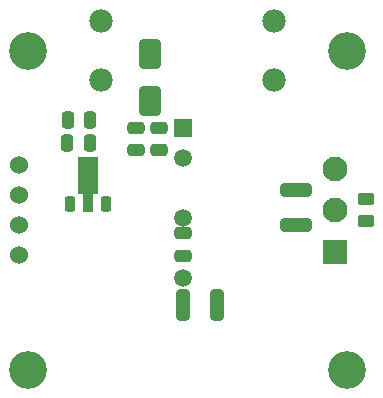
<source format=gbs>
G04 #@! TF.GenerationSoftware,KiCad,Pcbnew,8.0.7*
G04 #@! TF.CreationDate,2025-01-24T14:26:26+01:00*
G04 #@! TF.ProjectId,STM32F4_GateSignalGenerator_GateDriver,53544d33-3246-4345-9f47-617465536967,rev?*
G04 #@! TF.SameCoordinates,Original*
G04 #@! TF.FileFunction,Soldermask,Bot*
G04 #@! TF.FilePolarity,Negative*
%FSLAX46Y46*%
G04 Gerber Fmt 4.6, Leading zero omitted, Abs format (unit mm)*
G04 Created by KiCad (PCBNEW 8.0.7) date 2025-01-24 14:26:26*
%MOMM*%
%LPD*%
G01*
G04 APERTURE LIST*
G04 Aperture macros list*
%AMRoundRect*
0 Rectangle with rounded corners*
0 $1 Rounding radius*
0 $2 $3 $4 $5 $6 $7 $8 $9 X,Y pos of 4 corners*
0 Add a 4 corners polygon primitive as box body*
4,1,4,$2,$3,$4,$5,$6,$7,$8,$9,$2,$3,0*
0 Add four circle primitives for the rounded corners*
1,1,$1+$1,$2,$3*
1,1,$1+$1,$4,$5*
1,1,$1+$1,$6,$7*
1,1,$1+$1,$8,$9*
0 Add four rect primitives between the rounded corners*
20,1,$1+$1,$2,$3,$4,$5,0*
20,1,$1+$1,$4,$5,$6,$7,0*
20,1,$1+$1,$6,$7,$8,$9,0*
20,1,$1+$1,$8,$9,$2,$3,0*%
%AMFreePoly0*
4,1,9,3.862500,-0.866500,0.737500,-0.866500,0.737500,-0.450000,-0.737500,-0.450000,-0.737500,0.450000,0.737500,0.450000,0.737500,0.866500,3.862500,0.866500,3.862500,-0.866500,3.862500,-0.866500,$1*%
G04 Aperture macros list end*
%ADD10C,3.200000*%
%ADD11C,1.989000*%
%ADD12R,1.500000X1.500000*%
%ADD13C,1.500000*%
%ADD14C,1.524000*%
%ADD15R,2.100000X2.100000*%
%ADD16C,2.100000*%
%ADD17RoundRect,0.250000X1.075000X-0.312500X1.075000X0.312500X-1.075000X0.312500X-1.075000X-0.312500X0*%
%ADD18RoundRect,0.250000X-0.475000X0.250000X-0.475000X-0.250000X0.475000X-0.250000X0.475000X0.250000X0*%
%ADD19RoundRect,0.250000X-0.450000X0.262500X-0.450000X-0.262500X0.450000X-0.262500X0.450000X0.262500X0*%
%ADD20RoundRect,0.250000X0.475000X-0.250000X0.475000X0.250000X-0.475000X0.250000X-0.475000X-0.250000X0*%
%ADD21RoundRect,0.250000X0.650000X-1.000000X0.650000X1.000000X-0.650000X1.000000X-0.650000X-1.000000X0*%
%ADD22RoundRect,0.250000X-0.250000X-0.475000X0.250000X-0.475000X0.250000X0.475000X-0.250000X0.475000X0*%
%ADD23RoundRect,0.250000X0.312500X1.075000X-0.312500X1.075000X-0.312500X-1.075000X0.312500X-1.075000X0*%
%ADD24RoundRect,0.225000X0.225000X-0.425000X0.225000X0.425000X-0.225000X0.425000X-0.225000X-0.425000X0*%
%ADD25FreePoly0,90.000000*%
G04 APERTURE END LIST*
D10*
X148500000Y-123500000D03*
X148500000Y-96500000D03*
X121500000Y-96500000D03*
D11*
X127700000Y-99000000D03*
X127700000Y-94000000D03*
D12*
X134659700Y-103062500D03*
D13*
X134659700Y-105602500D03*
X134659700Y-110682500D03*
X134659700Y-115762500D03*
D11*
X142300000Y-99000000D03*
X142300000Y-94000000D03*
D14*
X120775000Y-113830000D03*
X120775000Y-111290000D03*
X120775000Y-108750000D03*
X120775000Y-106210000D03*
D15*
X147500000Y-113500000D03*
D16*
X147500000Y-110000000D03*
X147500000Y-106500000D03*
D10*
X121500000Y-123500000D03*
D17*
X144230000Y-111232500D03*
X144230000Y-108307500D03*
D18*
X130627800Y-103038600D03*
X130627800Y-104938600D03*
D19*
X150090000Y-109057500D03*
X150090000Y-110882500D03*
D20*
X134660000Y-113850000D03*
X134660000Y-111950000D03*
D21*
X131800000Y-100750000D03*
X131800000Y-96750000D03*
D22*
X124840000Y-104320000D03*
X126740000Y-104320000D03*
D20*
X132580000Y-104930000D03*
X132580000Y-103030000D03*
D22*
X124850000Y-102360000D03*
X126750000Y-102360000D03*
D23*
X137512500Y-118000000D03*
X134587500Y-118000000D03*
D24*
X128092500Y-109500000D03*
D25*
X126592500Y-109412500D03*
D24*
X125092500Y-109500000D03*
M02*

</source>
